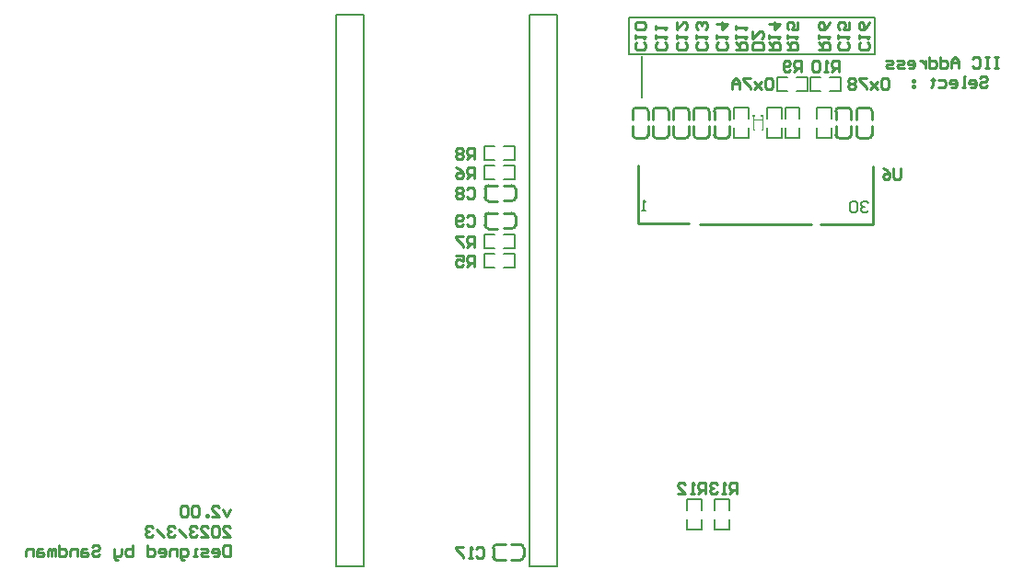
<source format=gbo>
G04*
G04 #@! TF.GenerationSoftware,Altium Limited,Altium Designer,22.11.1 (43)*
G04*
G04 Layer_Color=32896*
%FSLAX44Y44*%
%MOMM*%
G71*
G04*
G04 #@! TF.SameCoordinates,30CB15ED-5B5F-4030-944F-8374E8F7CEFA*
G04*
G04*
G04 #@! TF.FilePolarity,Positive*
G04*
G01*
G75*
%ADD11C,0.2540*%
%ADD12C,0.1524*%
%ADD13C,0.2000*%
%ADD67C,0.2032*%
%ADD68C,0.1000*%
G36*
X-202184Y277585D02*
X-204216D01*
Y278601D01*
Y279617D01*
X-202184D01*
Y277585D01*
D02*
G37*
G36*
X-209804D02*
X-211836D01*
Y278601D01*
Y279617D01*
X-209804D01*
Y277585D01*
D02*
G37*
G36*
X-202819Y274156D02*
X-211201D01*
Y275426D01*
X-202819D01*
Y274156D01*
D02*
G37*
D11*
X-457842Y178078D02*
G03*
X-454744Y174980I3098J0D01*
G01*
Y189176D02*
G03*
X-457842Y186078I0J-3098D01*
G01*
X-432985Y175038D02*
G03*
X-429887Y178136I0J3098D01*
G01*
Y186136D02*
G03*
X-432985Y189234I-3098J0D01*
G01*
X-273439Y258195D02*
G03*
X-270341Y261293I0J3098D01*
G01*
X-284537D02*
G03*
X-281439Y258195I3098J0D01*
G01*
X-270399Y283052D02*
G03*
X-273497Y286150I-3098J0D01*
G01*
X-281497D02*
G03*
X-284595Y283052I0J-3098D01*
G01*
X-254706Y258195D02*
G03*
X-251608Y261293I0J3098D01*
G01*
X-265805D02*
G03*
X-262706Y258195I3098J0D01*
G01*
X-251666Y283052D02*
G03*
X-254765Y286150I-3098J0D01*
G01*
X-262764D02*
G03*
X-265863Y283052I0J-3098D01*
G01*
X-235974Y258195D02*
G03*
X-232876Y261293I0J3098D01*
G01*
X-247072D02*
G03*
X-243974Y258195I3098J0D01*
G01*
X-232934Y283052D02*
G03*
X-236032Y286150I-3098J0D01*
G01*
X-244032D02*
G03*
X-247130Y283052I0J-3098D01*
G01*
X-124214Y258195D02*
G03*
X-121116Y261293I0J3098D01*
G01*
X-135312D02*
G03*
X-132214Y258195I3098J0D01*
G01*
X-121174Y283052D02*
G03*
X-124272Y286150I-3098J0D01*
G01*
X-132272D02*
G03*
X-135370Y283052I0J-3098D01*
G01*
X-105164Y258195D02*
G03*
X-102066Y261293I0J3098D01*
G01*
X-116262D02*
G03*
X-113164Y258195I3098J0D01*
G01*
X-102124Y283052D02*
G03*
X-105222Y286150I-3098J0D01*
G01*
X-113222D02*
G03*
X-116320Y283052I0J-3098D01*
G01*
X-450315Y-127246D02*
G03*
X-447217Y-130344I3098J0D01*
G01*
Y-116148D02*
G03*
X-450315Y-119246I0J-3098D01*
G01*
X-425458Y-130286D02*
G03*
X-422360Y-127188I0J3098D01*
G01*
Y-119188D02*
G03*
X-425458Y-116090I-3098J0D01*
G01*
X-457842Y203478D02*
G03*
X-454744Y200380I3098J0D01*
G01*
Y214576D02*
G03*
X-457842Y211478I0J-3098D01*
G01*
X-432985Y200438D02*
G03*
X-429887Y203536I0J3098D01*
G01*
Y211536D02*
G03*
X-432985Y214634I-3098J0D01*
G01*
X-310904Y258195D02*
G03*
X-307806Y261293I0J3098D01*
G01*
X-322002D02*
G03*
X-318904Y258195I3098J0D01*
G01*
X-307864Y283052D02*
G03*
X-310962Y286150I-3098J0D01*
G01*
X-318962D02*
G03*
X-322060Y283052I0J-3098D01*
G01*
X-292171Y258195D02*
G03*
X-289073Y261293I0J3098D01*
G01*
X-303270D02*
G03*
X-300171Y258195I3098J0D01*
G01*
X-289131Y283052D02*
G03*
X-292230Y286150I-3098J0D01*
G01*
X-300229D02*
G03*
X-303328Y283052I0J-3098D01*
G01*
X-440986Y175038D02*
X-432986D01*
X-429888Y178136D02*
Y186136D01*
X-440986Y189234D02*
X-432986D01*
X-454745Y174980D02*
X-446745D01*
X-454745Y189176D02*
X-446745D01*
X-457842Y178078D02*
Y186078D01*
X-317157Y179586D02*
X-270157D01*
X-317218Y179647D02*
X-317157Y179586D01*
X-317218Y179647D02*
Y233200D01*
X-149156Y178585D02*
X-101216D01*
Y232199D01*
X-260157Y178585D02*
X-158156D01*
X-281497Y286150D02*
X-273497D01*
X-270399Y275053D02*
Y283052D01*
X-284595Y275053D02*
Y283052D01*
X-270341Y261294D02*
Y269294D01*
X-281439Y258195D02*
X-273439D01*
X-284537Y261294D02*
Y269294D01*
X-262765Y286150D02*
X-254765D01*
X-251666Y275053D02*
Y283052D01*
X-265863Y275053D02*
Y283052D01*
X-251608Y261294D02*
Y269294D01*
X-262706Y258195D02*
X-254706D01*
X-265804Y261294D02*
Y269294D01*
X-244032Y286150D02*
X-236032D01*
X-232934Y275053D02*
Y283052D01*
X-247130Y275053D02*
Y283052D01*
X-232876Y261294D02*
Y269294D01*
X-243974Y258195D02*
X-235974D01*
X-247072Y261294D02*
Y269294D01*
X-132273Y286150D02*
X-124272D01*
X-121174Y275053D02*
Y283052D01*
X-135370Y275053D02*
Y283052D01*
X-121116Y261294D02*
Y269294D01*
X-132214Y258195D02*
X-124214D01*
X-135312Y261294D02*
Y269294D01*
X-113223Y286150D02*
X-105222D01*
X-102124Y275053D02*
Y283052D01*
X-116320Y275053D02*
Y283052D01*
X-102066Y261294D02*
Y269294D01*
X-113164Y258195D02*
X-105164D01*
X-116262Y261294D02*
Y269294D01*
X-422360Y-127188D02*
Y-119187D01*
X-433458Y-130286D02*
X-425458D01*
X-433458Y-116090D02*
X-425458D01*
X-447216Y-130344D02*
X-439216D01*
X-450315Y-127246D02*
Y-119246D01*
X-447216Y-116148D02*
X-439216D01*
X-440986Y200438D02*
X-432986D01*
X-429888Y203536D02*
Y211536D01*
X-440986Y214634D02*
X-432986D01*
X-454745Y200380D02*
X-446745D01*
X-454745Y214576D02*
X-446745D01*
X-457842Y203477D02*
Y211478D01*
X-318962Y286150D02*
X-310962D01*
X-307864Y275053D02*
Y283052D01*
X-322060Y275053D02*
Y283052D01*
X-307806Y261294D02*
Y269294D01*
X-318904Y258195D02*
X-310904D01*
X-322002Y261294D02*
Y269294D01*
X-300230Y286150D02*
X-292230D01*
X-289131Y275053D02*
Y283052D01*
X-303328Y275053D02*
Y283052D01*
X-289073Y261294D02*
Y269294D01*
X-300171Y258195D02*
X-292171D01*
X-303269Y261294D02*
Y269294D01*
X13970Y332889D02*
X10638D01*
X12304D01*
Y322892D01*
X13970D01*
X10638D01*
X5639Y332889D02*
X2307D01*
X3973D01*
Y322892D01*
X5639D01*
X2307D01*
X-9356Y331223D02*
X-7690Y332889D01*
X-4357D01*
X-2691Y331223D01*
Y324558D01*
X-4357Y322892D01*
X-7690D01*
X-9356Y324558D01*
X-22685Y322892D02*
Y329557D01*
X-26017Y332889D01*
X-29349Y329557D01*
Y322892D01*
Y327891D01*
X-22685D01*
X-39346Y332889D02*
Y322892D01*
X-34348D01*
X-32682Y324558D01*
Y327891D01*
X-34348Y329557D01*
X-39346D01*
X-49343Y332889D02*
Y322892D01*
X-44345D01*
X-42678Y324558D01*
Y327891D01*
X-44345Y329557D01*
X-49343D01*
X-52675D02*
Y322892D01*
Y326224D01*
X-54341Y327891D01*
X-56007Y329557D01*
X-57674D01*
X-67670Y322892D02*
X-64338D01*
X-62672Y324558D01*
Y327891D01*
X-64338Y329557D01*
X-67670D01*
X-69337Y327891D01*
Y326224D01*
X-62672D01*
X-72669Y322892D02*
X-77667D01*
X-79333Y324558D01*
X-77667Y326224D01*
X-74335D01*
X-72669Y327891D01*
X-74335Y329557D01*
X-79333D01*
X-82666Y322892D02*
X-87664D01*
X-89330Y324558D01*
X-87664Y326224D01*
X-84332D01*
X-82666Y327891D01*
X-84332Y329557D01*
X-89330D01*
X-2691Y313131D02*
X-1025Y314797D01*
X2307D01*
X3973Y313131D01*
Y311465D01*
X2307Y309798D01*
X-1025D01*
X-2691Y308132D01*
Y306466D01*
X-1025Y304800D01*
X2307D01*
X3973Y306466D01*
X-11022Y304800D02*
X-7690D01*
X-6024Y306466D01*
Y309798D01*
X-7690Y311465D01*
X-11022D01*
X-12688Y309798D01*
Y308132D01*
X-6024D01*
X-16020Y304800D02*
X-19353D01*
X-17687D01*
Y314797D01*
X-16020D01*
X-29349Y304800D02*
X-26017D01*
X-24351Y306466D01*
Y309798D01*
X-26017Y311465D01*
X-29349D01*
X-31016Y309798D01*
Y308132D01*
X-24351D01*
X-41012Y311465D02*
X-36014D01*
X-34348Y309798D01*
Y306466D01*
X-36014Y304800D01*
X-41012D01*
X-46011Y313131D02*
Y311465D01*
X-44345D01*
X-47677D01*
X-46011D01*
Y306466D01*
X-47677Y304800D01*
X-62672Y311465D02*
X-64338D01*
Y309798D01*
X-62672D01*
Y311465D01*
Y306466D02*
X-64338D01*
Y304800D01*
X-62672D01*
Y306466D01*
X-692150Y-83740D02*
X-695536Y-90512D01*
X-698921Y-83740D01*
X-709078Y-90512D02*
X-702307D01*
X-709078Y-83740D01*
Y-82048D01*
X-707385Y-80355D01*
X-703999D01*
X-702307Y-82048D01*
X-712463Y-90512D02*
Y-88819D01*
X-714156D01*
Y-90512D01*
X-712463D01*
X-720927Y-82048D02*
X-722620Y-80355D01*
X-726006D01*
X-727699Y-82048D01*
Y-88819D01*
X-726006Y-90512D01*
X-722620D01*
X-720927Y-88819D01*
Y-82048D01*
X-731084D02*
X-732777Y-80355D01*
X-736162D01*
X-737855Y-82048D01*
Y-88819D01*
X-736162Y-90512D01*
X-732777D01*
X-731084Y-88819D01*
Y-82048D01*
X-698921Y-108796D02*
X-692150D01*
X-698921Y-102024D01*
Y-100332D01*
X-697228Y-98639D01*
X-693843D01*
X-692150Y-100332D01*
X-702307D02*
X-703999Y-98639D01*
X-707385D01*
X-709078Y-100332D01*
Y-107103D01*
X-707385Y-108796D01*
X-703999D01*
X-702307Y-107103D01*
Y-100332D01*
X-719235Y-108796D02*
X-712463D01*
X-719235Y-102024D01*
Y-100332D01*
X-717542Y-98639D01*
X-714156D01*
X-712463Y-100332D01*
X-722620D02*
X-724313Y-98639D01*
X-727699D01*
X-729391Y-100332D01*
Y-102024D01*
X-727699Y-103717D01*
X-726006D01*
X-727699D01*
X-729391Y-105410D01*
Y-107103D01*
X-727699Y-108796D01*
X-724313D01*
X-722620Y-107103D01*
X-732777Y-108796D02*
X-739548Y-102024D01*
X-742934Y-100332D02*
X-744626Y-98639D01*
X-748012D01*
X-749705Y-100332D01*
Y-102024D01*
X-748012Y-103717D01*
X-746319D01*
X-748012D01*
X-749705Y-105410D01*
Y-107103D01*
X-748012Y-108796D01*
X-744626D01*
X-742934Y-107103D01*
X-753090Y-108796D02*
X-759862Y-102024D01*
X-763247Y-100332D02*
X-764940Y-98639D01*
X-768325D01*
X-770018Y-100332D01*
Y-102024D01*
X-768325Y-103717D01*
X-766633D01*
X-768325D01*
X-770018Y-105410D01*
Y-107103D01*
X-768325Y-108796D01*
X-764940D01*
X-763247Y-107103D01*
X-692150Y-116923D02*
Y-127080D01*
X-697228D01*
X-698921Y-125387D01*
Y-118616D01*
X-697228Y-116923D01*
X-692150D01*
X-707385Y-127080D02*
X-703999D01*
X-702307Y-125387D01*
Y-122001D01*
X-703999Y-120309D01*
X-707385D01*
X-709078Y-122001D01*
Y-123694D01*
X-702307D01*
X-712463Y-127080D02*
X-717542D01*
X-719235Y-125387D01*
X-717542Y-123694D01*
X-714156D01*
X-712463Y-122001D01*
X-714156Y-120309D01*
X-719235D01*
X-722620Y-127080D02*
X-726006D01*
X-724313D01*
Y-120309D01*
X-722620D01*
X-734470Y-130465D02*
X-736162D01*
X-737855Y-128772D01*
Y-120309D01*
X-732777D01*
X-731084Y-122001D01*
Y-125387D01*
X-732777Y-127080D01*
X-737855D01*
X-741241D02*
Y-120309D01*
X-746319D01*
X-748012Y-122001D01*
Y-127080D01*
X-756476D02*
X-753090D01*
X-751398Y-125387D01*
Y-122001D01*
X-753090Y-120309D01*
X-756476D01*
X-758169Y-122001D01*
Y-123694D01*
X-751398D01*
X-768325Y-116923D02*
Y-127080D01*
X-763247D01*
X-761554Y-125387D01*
Y-122001D01*
X-763247Y-120309D01*
X-768325D01*
X-781868Y-116923D02*
Y-127080D01*
X-786946D01*
X-788639Y-125387D01*
Y-123694D01*
Y-122001D01*
X-786946Y-120309D01*
X-781868D01*
X-792025D02*
Y-125387D01*
X-793717Y-127080D01*
X-798796D01*
Y-128772D01*
X-797103Y-130465D01*
X-795410D01*
X-798796Y-127080D02*
Y-120309D01*
X-819109Y-118616D02*
X-817416Y-116923D01*
X-814031D01*
X-812338Y-118616D01*
Y-120309D01*
X-814031Y-122001D01*
X-817416D01*
X-819109Y-123694D01*
Y-125387D01*
X-817416Y-127080D01*
X-814031D01*
X-812338Y-125387D01*
X-824187Y-120309D02*
X-827573D01*
X-829266Y-122001D01*
Y-127080D01*
X-824187D01*
X-822495Y-125387D01*
X-824187Y-123694D01*
X-829266D01*
X-832651Y-127080D02*
Y-120309D01*
X-837730D01*
X-839423Y-122001D01*
Y-127080D01*
X-849579Y-116923D02*
Y-127080D01*
X-844501D01*
X-842808Y-125387D01*
Y-122001D01*
X-844501Y-120309D01*
X-849579D01*
X-852965Y-127080D02*
Y-120309D01*
X-854658D01*
X-856350Y-122001D01*
Y-127080D01*
Y-122001D01*
X-858043Y-120309D01*
X-859736Y-122001D01*
Y-127080D01*
X-864814Y-120309D02*
X-868200D01*
X-869893Y-122001D01*
Y-127080D01*
X-864814D01*
X-863121Y-125387D01*
X-864814Y-123694D01*
X-869893D01*
X-873278Y-127080D02*
Y-120309D01*
X-878357D01*
X-880049Y-122001D01*
Y-127080D01*
X-86360Y311994D02*
X-88053Y313687D01*
X-91438D01*
X-93131Y311994D01*
Y305223D01*
X-91438Y303530D01*
X-88053D01*
X-86360Y305223D01*
Y311994D01*
X-96517Y310301D02*
X-103288Y303530D01*
X-99902Y306916D01*
X-103288Y310301D01*
X-96517Y303530D01*
X-106673Y313687D02*
X-113445D01*
Y311994D01*
X-106673Y305223D01*
Y303530D01*
X-116830Y311994D02*
X-118523Y313687D01*
X-121909D01*
X-123601Y311994D01*
Y310301D01*
X-121909Y308608D01*
X-123601Y306916D01*
Y305223D01*
X-121909Y303530D01*
X-118523D01*
X-116830Y305223D01*
Y306916D01*
X-118523Y308608D01*
X-116830Y310301D01*
Y311994D01*
X-118523Y308608D02*
X-121909D01*
X-193040Y311994D02*
X-194733Y313687D01*
X-198118D01*
X-199811Y311994D01*
Y305223D01*
X-198118Y303530D01*
X-194733D01*
X-193040Y305223D01*
Y311994D01*
X-203197Y310301D02*
X-209968Y303530D01*
X-206582Y306916D01*
X-209968Y310301D01*
X-203197Y303530D01*
X-213353Y313687D02*
X-220125D01*
Y311994D01*
X-213353Y305223D01*
Y303530D01*
X-223510D02*
Y310301D01*
X-226896Y313687D01*
X-230281Y310301D01*
Y303530D01*
Y308608D01*
X-223510D01*
X-465989Y-119858D02*
X-464323Y-118192D01*
X-460990D01*
X-459324Y-119858D01*
Y-126522D01*
X-460990Y-128188D01*
X-464323D01*
X-465989Y-126522D01*
X-469321Y-128188D02*
X-472653D01*
X-470987D01*
Y-118192D01*
X-469321Y-119858D01*
X-477652Y-118192D02*
X-484316D01*
Y-119858D01*
X-477652Y-126522D01*
Y-128188D01*
X-75489Y230258D02*
Y221928D01*
X-77155Y220262D01*
X-80488D01*
X-82154Y221928D01*
Y230258D01*
X-92151D02*
X-88818Y228592D01*
X-85486Y225260D01*
Y221928D01*
X-87152Y220262D01*
X-90485D01*
X-92151Y221928D01*
Y223594D01*
X-90485Y225260D01*
X-85486D01*
X-151048Y340119D02*
X-141052D01*
Y345118D01*
X-142718Y346784D01*
X-146050D01*
X-147716Y345118D01*
Y340119D01*
Y343452D02*
X-151048Y346784D01*
Y350116D02*
Y353448D01*
Y351782D01*
X-141052D01*
X-142718Y350116D01*
X-141052Y365111D02*
X-142718Y361779D01*
X-146050Y358447D01*
X-149382D01*
X-151048Y360113D01*
Y363445D01*
X-149382Y365111D01*
X-147716D01*
X-146050Y363445D01*
Y358447D01*
X-196768Y340119D02*
X-186772D01*
Y345118D01*
X-188438Y346784D01*
X-191770D01*
X-193436Y345118D01*
Y340119D01*
Y343452D02*
X-196768Y346784D01*
Y350116D02*
Y353448D01*
Y351782D01*
X-186772D01*
X-188438Y350116D01*
X-196768Y363445D02*
X-186772D01*
X-191770Y358447D01*
Y365111D01*
X-180258Y340119D02*
X-170262D01*
Y345118D01*
X-171928Y346784D01*
X-175260D01*
X-176926Y345118D01*
Y340119D01*
Y343452D02*
X-180258Y346784D01*
Y350116D02*
Y353448D01*
Y351782D01*
X-170262D01*
X-171928Y350116D01*
X-170262Y365111D02*
Y358447D01*
X-175260D01*
X-173594Y361779D01*
Y363445D01*
X-175260Y365111D01*
X-178592D01*
X-180258Y363445D01*
Y360113D01*
X-178592Y358447D01*
X-226264Y-69298D02*
Y-59302D01*
X-231262D01*
X-232929Y-60968D01*
Y-64300D01*
X-231262Y-65966D01*
X-226264D01*
X-229596D02*
X-232929Y-69298D01*
X-236261D02*
X-239593D01*
X-237927D01*
Y-59302D01*
X-236261Y-60968D01*
X-244592D02*
X-246258Y-59302D01*
X-249590D01*
X-251256Y-60968D01*
Y-62634D01*
X-249590Y-64300D01*
X-247924D01*
X-249590D01*
X-251256Y-65966D01*
Y-67632D01*
X-249590Y-69298D01*
X-246258D01*
X-244592Y-67632D01*
X-255474Y-69298D02*
Y-59302D01*
X-260472D01*
X-262139Y-60968D01*
Y-64300D01*
X-260472Y-65966D01*
X-255474D01*
X-258806D02*
X-262139Y-69298D01*
X-265471D02*
X-268803D01*
X-267137D01*
Y-59302D01*
X-265471Y-60968D01*
X-280466Y-69298D02*
X-273801D01*
X-280466Y-62634D01*
Y-60968D01*
X-278800Y-59302D01*
X-275468D01*
X-273801Y-60968D01*
X-132284Y319322D02*
Y329318D01*
X-137282D01*
X-138948Y327652D01*
Y324320D01*
X-137282Y322654D01*
X-132284D01*
X-135616D02*
X-138948Y319322D01*
X-142281D02*
X-145613D01*
X-143947D01*
Y329318D01*
X-142281Y327652D01*
X-150611D02*
X-152278Y329318D01*
X-155610D01*
X-157276Y327652D01*
Y320988D01*
X-155610Y319322D01*
X-152278D01*
X-150611Y320988D01*
Y327652D01*
X-166929Y319322D02*
Y329318D01*
X-171928D01*
X-173594Y327652D01*
Y324320D01*
X-171928Y322654D01*
X-166929D01*
X-170262D02*
X-173594Y319322D01*
X-176926Y320988D02*
X-178592Y319322D01*
X-181924D01*
X-183591Y320988D01*
Y327652D01*
X-181924Y329318D01*
X-178592D01*
X-176926Y327652D01*
Y325986D01*
X-178592Y324320D01*
X-183591D01*
X-227248Y340119D02*
X-217252D01*
Y345118D01*
X-218918Y346784D01*
X-222250D01*
X-223916Y345118D01*
Y340119D01*
Y343452D02*
X-227248Y346784D01*
Y350116D02*
Y353448D01*
Y351782D01*
X-217252D01*
X-218918Y350116D01*
X-227248Y358447D02*
Y361779D01*
Y360113D01*
X-217252D01*
X-218918Y358447D01*
X-467919Y158032D02*
Y168028D01*
X-472918D01*
X-474584Y166362D01*
Y163030D01*
X-472918Y161364D01*
X-467919D01*
X-471252D02*
X-474584Y158032D01*
X-477916Y168028D02*
X-484581D01*
Y166362D01*
X-477916Y159698D01*
Y158032D01*
X-467919Y221532D02*
Y231528D01*
X-472918D01*
X-474584Y229862D01*
Y226530D01*
X-472918Y224864D01*
X-467919D01*
X-471252D02*
X-474584Y221532D01*
X-484581Y231528D02*
X-481248Y229862D01*
X-477916Y226530D01*
Y223198D01*
X-479582Y221532D01*
X-482915D01*
X-484581Y223198D01*
Y224864D01*
X-482915Y226530D01*
X-477916D01*
X-467919Y140252D02*
Y150248D01*
X-472918D01*
X-474584Y148582D01*
Y145250D01*
X-472918Y143584D01*
X-467919D01*
X-471252D02*
X-474584Y140252D01*
X-484581Y150248D02*
X-477916D01*
Y145250D01*
X-481248Y146916D01*
X-482915D01*
X-484581Y145250D01*
Y141918D01*
X-482915Y140252D01*
X-479582D01*
X-477916Y141918D01*
X-467919Y239312D02*
Y249308D01*
X-472918D01*
X-474584Y247642D01*
Y244310D01*
X-472918Y242644D01*
X-467919D01*
X-471252D02*
X-474584Y239312D01*
X-477916Y247642D02*
X-479582Y249308D01*
X-482915D01*
X-484581Y247642D01*
Y245976D01*
X-482915Y244310D01*
X-484581Y242644D01*
Y240978D01*
X-482915Y239312D01*
X-479582D01*
X-477916Y240978D01*
Y242644D01*
X-479582Y244310D01*
X-477916Y245976D01*
Y247642D01*
X-479582Y244310D02*
X-482915D01*
X-202012Y340119D02*
X-212008D01*
Y345118D01*
X-210342Y346784D01*
X-203678D01*
X-202012Y345118D01*
Y340119D01*
X-212008Y356781D02*
Y350116D01*
X-205344Y356781D01*
X-203678D01*
X-202012Y355115D01*
Y351782D01*
X-203678Y350116D01*
X-105888Y346784D02*
X-104222Y345118D01*
Y341786D01*
X-105888Y340119D01*
X-112552D01*
X-114218Y341786D01*
Y345118D01*
X-112552Y346784D01*
X-114218Y350116D02*
Y353448D01*
Y351782D01*
X-104222D01*
X-105888Y350116D01*
X-104222Y365111D02*
X-105888Y361779D01*
X-109220Y358447D01*
X-112552D01*
X-114218Y360113D01*
Y363445D01*
X-112552Y365111D01*
X-110886D01*
X-109220Y363445D01*
Y358447D01*
X-124938Y346784D02*
X-123272Y345118D01*
Y341786D01*
X-124938Y340119D01*
X-131602D01*
X-133268Y341786D01*
Y345118D01*
X-131602Y346784D01*
X-133268Y350116D02*
Y353448D01*
Y351782D01*
X-123272D01*
X-124938Y350116D01*
X-123272Y365111D02*
Y358447D01*
X-128270D01*
X-126604Y361779D01*
Y363445D01*
X-128270Y365111D01*
X-131602D01*
X-133268Y363445D01*
Y360113D01*
X-131602Y358447D01*
X-236698Y346784D02*
X-235032Y345118D01*
Y341786D01*
X-236698Y340119D01*
X-243362D01*
X-245028Y341786D01*
Y345118D01*
X-243362Y346784D01*
X-245028Y350116D02*
Y353448D01*
Y351782D01*
X-235032D01*
X-236698Y350116D01*
X-245028Y363445D02*
X-235032D01*
X-240030Y358447D01*
Y365111D01*
X-255430Y346784D02*
X-253764Y345118D01*
Y341786D01*
X-255430Y340119D01*
X-262095D01*
X-263761Y341786D01*
Y345118D01*
X-262095Y346784D01*
X-263761Y350116D02*
Y353448D01*
Y351782D01*
X-253764D01*
X-255430Y350116D01*
Y358447D02*
X-253764Y360113D01*
Y363445D01*
X-255430Y365111D01*
X-257096D01*
X-258762Y363445D01*
Y361779D01*
Y363445D01*
X-260429Y365111D01*
X-262095D01*
X-263761Y363445D01*
Y360113D01*
X-262095Y358447D01*
X-273528Y346784D02*
X-271862Y345118D01*
Y341786D01*
X-273528Y340119D01*
X-280192D01*
X-281858Y341786D01*
Y345118D01*
X-280192Y346784D01*
X-281858Y350116D02*
Y353448D01*
Y351782D01*
X-271862D01*
X-273528Y350116D01*
X-281858Y365111D02*
Y358447D01*
X-275194Y365111D01*
X-273528D01*
X-271862Y363445D01*
Y360113D01*
X-273528Y358447D01*
X-292578Y346784D02*
X-290912Y345118D01*
Y341786D01*
X-292578Y340119D01*
X-299242D01*
X-300908Y341786D01*
Y345118D01*
X-299242Y346784D01*
X-300908Y350116D02*
Y353448D01*
Y351782D01*
X-290912D01*
X-292578Y350116D01*
X-300908Y358447D02*
Y361779D01*
Y360113D01*
X-290912D01*
X-292578Y358447D01*
X-311628Y346784D02*
X-309962Y345118D01*
Y341786D01*
X-311628Y340119D01*
X-318292D01*
X-319958Y341786D01*
Y345118D01*
X-318292Y346784D01*
X-319958Y350116D02*
Y353448D01*
Y351782D01*
X-309962D01*
X-311628Y350116D01*
Y358447D02*
X-309962Y360113D01*
Y363445D01*
X-311628Y365111D01*
X-318292D01*
X-319958Y363445D01*
Y360113D01*
X-318292Y358447D01*
X-311628D01*
X-474584Y185412D02*
X-472918Y187078D01*
X-469585D01*
X-467919Y185412D01*
Y178748D01*
X-469585Y177082D01*
X-472918D01*
X-474584Y178748D01*
X-477916D02*
X-479582Y177082D01*
X-482915D01*
X-484581Y178748D01*
Y185412D01*
X-482915Y187078D01*
X-479582D01*
X-477916Y185412D01*
Y183746D01*
X-479582Y182080D01*
X-484581D01*
X-474584Y210812D02*
X-472918Y212478D01*
X-469585D01*
X-467919Y210812D01*
Y204148D01*
X-469585Y202482D01*
X-472918D01*
X-474584Y204148D01*
X-477916Y210812D02*
X-479582Y212478D01*
X-482915D01*
X-484581Y210812D01*
Y209146D01*
X-482915Y207480D01*
X-484581Y205814D01*
Y204148D01*
X-482915Y202482D01*
X-479582D01*
X-477916Y204148D01*
Y205814D01*
X-479582Y207480D01*
X-477916Y209146D01*
Y210812D01*
X-479582Y207480D02*
X-482915D01*
D12*
X-458351Y138644D02*
X-448762D01*
X-458351D02*
Y151856D01*
X-448762D01*
X-440238Y138644D02*
X-430649D01*
Y151856D01*
X-440238D02*
X-430649D01*
X-440238Y169636D02*
X-430649D01*
Y156424D02*
Y169636D01*
X-440238Y156424D02*
X-430649D01*
X-458351Y169636D02*
X-448762D01*
X-458351Y156424D02*
Y169636D01*
Y156424D02*
X-448762D01*
X-272036Y-84168D02*
Y-74579D01*
X-258824D01*
Y-84168D02*
Y-74579D01*
X-272036Y-102281D02*
Y-92692D01*
Y-102281D02*
X-258824D01*
Y-92692D01*
X-246636Y-84168D02*
Y-74579D01*
X-233424D01*
Y-84168D02*
Y-74579D01*
X-246636Y-102281D02*
Y-92692D01*
Y-102281D02*
X-233424D01*
Y-92692D01*
X-198376Y276512D02*
Y286101D01*
X-185164D01*
Y276512D02*
Y286101D01*
X-198376Y258399D02*
Y267988D01*
Y258399D02*
X-185164D01*
Y267988D01*
X-228856Y276512D02*
Y286101D01*
X-215644D01*
Y276512D02*
Y286101D01*
X-228856Y258399D02*
Y267988D01*
Y258399D02*
X-215644D01*
Y267988D01*
X-170998Y314416D02*
X-161409D01*
Y301204D02*
Y314416D01*
X-170998Y301204D02*
X-161409D01*
X-189111Y314416D02*
X-179522D01*
X-189111Y301204D02*
Y314416D01*
Y301204D02*
X-179522D01*
X-181866Y276512D02*
Y286101D01*
X-168654D01*
Y276512D02*
Y286101D01*
X-181866Y258399D02*
Y267988D01*
Y258399D02*
X-168654D01*
Y267988D01*
X-139444Y258399D02*
Y267988D01*
X-152656Y258399D02*
X-139444D01*
X-152656D02*
Y267988D01*
X-139444Y276512D02*
Y286101D01*
X-152656D02*
X-139444D01*
X-152656Y276512D02*
Y286101D01*
X-140518Y314416D02*
X-130929D01*
Y301204D02*
Y314416D01*
X-140518Y301204D02*
X-130929D01*
X-158631Y314416D02*
X-149042D01*
X-158631Y301204D02*
Y314416D01*
Y301204D02*
X-149042D01*
X-440238Y233136D02*
X-430649D01*
Y219924D02*
Y233136D01*
X-440238Y219924D02*
X-430649D01*
X-458351Y233136D02*
X-448762D01*
X-458351Y219924D02*
Y233136D01*
Y219924D02*
X-448762D01*
X-458351Y237704D02*
X-448762D01*
X-458351D02*
Y250916D01*
X-448762D01*
X-440238Y237704D02*
X-430649D01*
Y250916D01*
X-440238D02*
X-430649D01*
X-310134Y191224D02*
X-313466D01*
X-311800D01*
Y201221D01*
X-310134Y199555D01*
X-105664Y191275D02*
X-107330Y189609D01*
X-110662D01*
X-112329Y191275D01*
Y192941D01*
X-110662Y194608D01*
X-108996D01*
X-110662D01*
X-112329Y196274D01*
Y197940D01*
X-110662Y199606D01*
X-107330D01*
X-105664Y197940D01*
X-115661Y191275D02*
X-117327Y189609D01*
X-120659D01*
X-122325Y191275D01*
Y197940D01*
X-120659Y199606D01*
X-117327D01*
X-115661Y197940D01*
Y191275D01*
D13*
X-325120Y335280D02*
X-99060D01*
X-325120Y369570D02*
X-99060D01*
Y335280D02*
Y369570D01*
X-325120Y335280D02*
Y369570D01*
X-313690Y295910D02*
Y334010D01*
D67*
X-416560Y372110D02*
X-416560Y-135890D01*
X-416560Y372110D02*
X-391160D01*
Y-135890D02*
Y372110D01*
X-416560Y-135890D02*
X-391160D01*
X-594360Y372110D02*
X-594360Y-135890D01*
X-594360Y372110D02*
X-568960D01*
Y-135890D02*
Y372110D01*
X-594360Y-135890D02*
X-568960D01*
D68*
X-211328Y265647D02*
X-210312D01*
X-211328D02*
Y278855D01*
X-202692D02*
X-202692Y278857D01*
Y265648D02*
Y278857D01*
X-203749Y265648D02*
X-202692D01*
M02*

</source>
